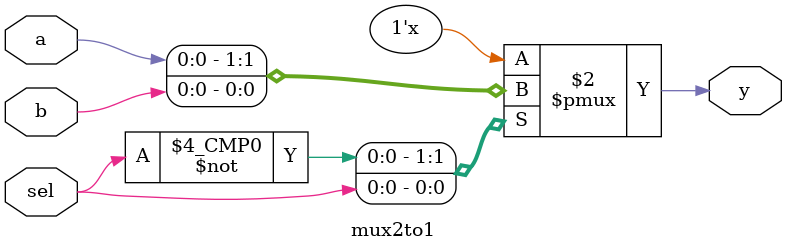
<source format=v>
module mux2to1 (
    input  wire a,
    input  wire b,
    input  wire sel,
    output reg  y
);

    always @(*) begin
        case (sel)
            1'b0: y = a;
            1'b1: y = b;
            default: y = 1'b0;
        endcase
    end

endmodule
</source>
